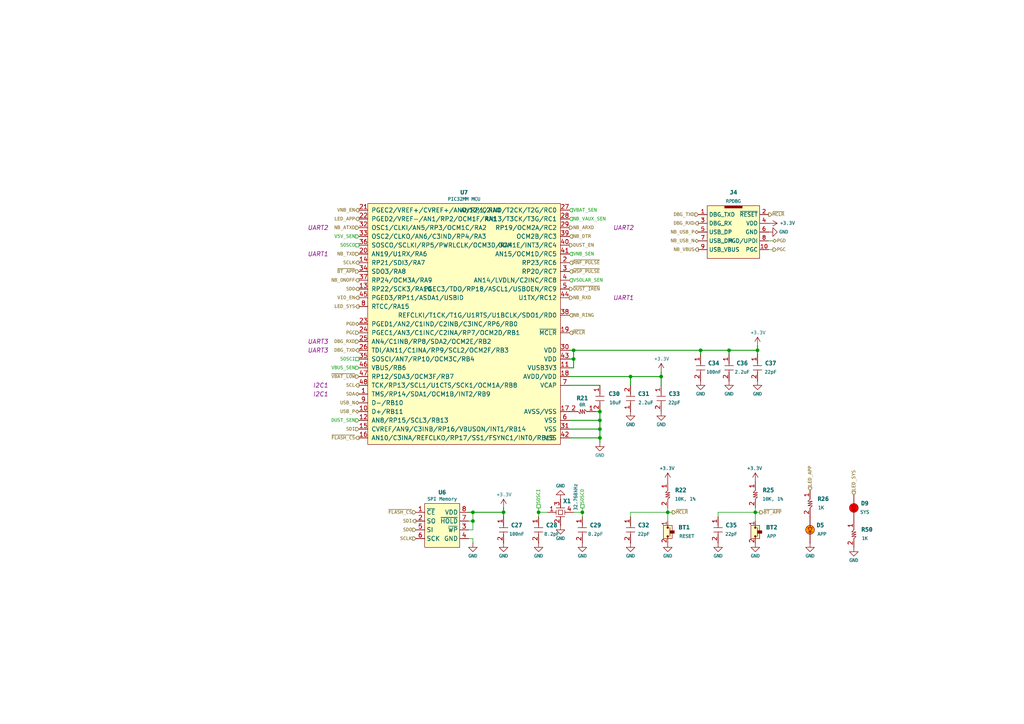
<source format=kicad_sch>
(kicad_sch (version 20231120) (generator "eeschema") (generator_version "8.0")
  (paper "A4")
  (title_block (title "THIẾT KẾ TRẠM GIÁM SÁT THỜI TIẾT SỬ DỤNG CÔNG NGHỆ NB-IOT") (date "2024-06-22") (rev "0.1") (company "TRƯỜNG ĐH KHOA HỌC TỰ NHIÊN - ĐẠI HỌC QUỐC GIA TP. HCM") (comment 1 "MSSV: 20200346") (comment 2 "SV: LÊ HƯNG THỊNH") (comment 3 "KHOA ĐIỆN TỬ"))
  (lib_symbols
    (symbol "SAMPI:BT3" (pin_names hide)
      (property "Reference" "BT" (at 0 0 0))
      (property "Value" "BT SMD2" (at 0 -1.905 0))
      (symbol "BT3_1_0"
        (rectangle (start -1.905 -3.81) (end 1.905 -6.35) (fill (type background)))
        (circle (center -1.27 -5.08) (radius 0.254) (fill (type outline)))
        (rectangle (start -0.381 -3.175) (end 0.381 -4.445) (fill (type outline)))
        (polyline (pts (xy -1.27 -5.08) (xy -1.905 -5.08)))
        (polyline (pts (xy -1.27 -4.445) (xy 1.27 -4.445)))
        (polyline (pts (xy 1.27 -5.08) (xy 1.905 -5.08)))
        (circle (center 1.27 -5.08) (radius 0.254) (fill (type outline)))
        (pin passive line (at -3.175 -5.08 0) (length 1.27) (name "") (number "1"))
        (pin passive line (at 3.175 -5.08 180) (length 1.27) (name "") (number "2"))
      )
    )
    (symbol "SAMPI:CERCAP" (pin_names hide)
      (property "Reference" "C" (at -1.905 1.905 0))
      (property "Value" "CerCap" (at -1.905 0 0))
      (symbol "CERCAP_0_1"
        (polyline (pts (xy 0 -2.54) (xy 0.635 -2.54)))
        (polyline (pts (xy 0.635 -1.27) (xy 0.635 -3.81)))
        (polyline (pts (xy 1.905 -2.54) (xy 2.54 -2.54)))
        (polyline (pts (xy 1.905 -1.27) (xy 1.905 -3.81)))
      )
      (symbol "CERCAP_1_1"
        (pin bidirectional line (at -2.54 -2.54 0) (length 2.54) (name "1") (number "1"))
        (pin bidirectional line (at 5.08 -2.54 180) (length 2.54) (name "2") (number "2"))
      )
    )
    (symbol "SAMPI:OLED" (pin_numbers hide) (pin_names hide)
      (property "Reference" "D" (at 0 0 0))
      (property "Value" "OLED" (at 1.27 -1.905 0))
      (symbol "OLED_0_1"
        (polyline (pts (xy -0.635 -5.08) (xy 0 -5.08)))
        (polyline (pts (xy 1.27 -5.08) (xy 1.905 -5.08)))
        (polyline (pts (xy 1.27 -4.445) (xy 1.27 -5.715)))
      )
      (symbol "OLED_1_1"
        (polyline (pts (xy 0 -4.445) (xy 0 -5.715) (xy 1.27 -5.08) (xy 0 -4.445)))
        (circle (center 0.635 -5.08) (radius 1.27) (fill (type color) (color 255 150 0 1)))
        (pin bidirectional line (at -3.175 -5.08 0) (length 2.54) (name "A") (number "A"))
        (pin bidirectional line (at 4.445 -5.08 180) (length 2.54) (name "K") (number "K"))
      )
    )
    (symbol "SAMPI:PIC32MM0xxxGPM048-I/PT" (pin_names (offset 1.016))
      (property "Reference" "U6" (at 0 38.735 0))
      (property "Value" "PIC32MM MCU" (at 0 36.195 0))
      (symbol "PIC32MM0xxxGPM048-I/PT_1_0"
        (pin bidirectional line (at -31.115 -20.32 0) (length 2.54) (name "TMS/RP14/SDA1/OCM1B/INT2/RB9") (number "1"))
        (pin bidirectional line (at -31.115 -25.4 0) (length 2.54) (name "D+/RB11") (number "10"))
        (pin power_in line (at 29.845 -12.7 180) (length 2.54) (name "VUSB3V3") (number "11"))
        (pin bidirectional line (at -31.115 -27.94 0) (length 2.54) (name "AN8/RP15/SCL3/RB13") (number "12"))
        (pin bidirectional line (at -31.115 10.16 0) (length 2.54) (name "RP22/SCK3/RA10") (number "13"))
        (pin bidirectional line (at -31.115 17.78 0) (length 2.54) (name "RP21/SDI3/RA7") (number "14"))
        (pin bidirectional line (at -31.115 -30.48 0) (length 2.54) (name "CVREF/AN9/C3INB/RP16/VBUSON/INT1/RB14") (number "15"))
        (pin bidirectional line (at -31.115 -33.02 0) (length 2.54) (name "AN10/C3INA/REFCLKO/RP17/SS1/FSYNC1/INT0/RB15") (number "16"))
        (pin power_in line (at 29.845 -25.4 180) (length 2.54) (name "AVSS/VSS") (number "17"))
        (pin power_in line (at 29.845 -15.24 180) (length 2.54) (name "AVDD/VDD") (number "18"))
        (pin input line (at 29.845 -2.54 180) (length 2.54) (name "~{MCLR}") (number "19"))
        (pin bidirectional line (at 29.845 17.78 180) (length 2.54) (name "RP23/RC6") (number "2"))
        (pin bidirectional line (at -31.115 20.32 0) (length 2.54) (name "AN19/U1RX/RA6") (number "20"))
        (pin bidirectional line (at -31.115 33.02 0) (length 2.54) (name "PGEC2/VREF+/CVREF+/AN0/RP1/RA0") (number "21"))
        (pin bidirectional line (at -31.115 30.48 0) (length 2.54) (name "PGED2/VREF-/AN1/RP2/OCM1F/RA1") (number "22"))
        (pin bidirectional line (at -31.115 0 0) (length 2.54) (name "PGED1/AN2/C1IND/C2INB/C3INC/RP6/RB0") (number "23"))
        (pin bidirectional line (at -31.115 -2.54 0) (length 2.54) (name "PGEC1/AN3/C1INC/C2INA/RP7/OCM2D/RB1") (number "24"))
        (pin bidirectional line (at -31.115 -5.08 0) (length 2.54) (name "AN4/C1INB/RP8/SDA2/OCM2E/RB2") (number "25"))
        (pin bidirectional line (at -31.115 -7.62 0) (length 2.54) (name "TDI/AN11/C1INA/RP9/SCL2/OCM2F/RB3") (number "26"))
        (pin bidirectional line (at 29.845 33.02 180) (length 2.54) (name "AN12/C2IND/T2CK/T2G/RC0") (number "27"))
        (pin bidirectional line (at 29.845 30.48 180) (length 2.54) (name "AN13/T3CK/T3G/RC1") (number "28"))
        (pin bidirectional line (at 29.845 27.94 180) (length 2.54) (name "RP19/OCM2A/RC2") (number "29"))
        (pin bidirectional line (at 29.845 15.24 180) (length 2.54) (name "RP20/RC7") (number "3"))
        (pin power_in line (at 29.845 -7.62 180) (length 2.54) (name "VDD") (number "30"))
        (pin power_in line (at 29.845 -30.48 180) (length 2.54) (name "VSS") (number "31"))
        (pin bidirectional line (at -31.115 27.94 0) (length 2.54) (name "OSC1/CLKI/AN5/RP3/OCM1C/RA2") (number "32"))
        (pin bidirectional line (at -31.115 25.4 0) (length 2.54) (name "OSC2/CLKO/AN6/C3IND/RP4/RA3") (number "33"))
        (pin bidirectional line (at -31.115 15.24 0) (length 2.54) (name "SDO3/RA8") (number "34"))
        (pin bidirectional line (at -31.115 -10.16 0) (length 2.54) (name "SOSCI/AN7/RP10/OCM3C/RB4") (number "35"))
        (pin bidirectional line (at -31.115 22.86 0) (length 2.54) (name "SOSCO/SCLKI/RP5/PWRLCLK/OCM3D/RA4") (number "36"))
        (pin bidirectional line (at -31.115 12.7 0) (length 2.54) (name "RP24/OCM3A/RA9") (number "37"))
        (pin bidirectional line (at 29.845 2.54 180) (length 2.54) (name "REFCLKI/T1CK/T1G/U1RTS/U1BCLK/SDO1/RD0") (number "38"))
        (pin bidirectional line (at 29.845 25.4 180) (length 2.54) (name "OCM2B/RC3") (number "39"))
        (pin bidirectional line (at 29.845 12.7 180) (length 2.54) (name "AN14/LVDLN/C2INC/RC8") (number "4"))
        (pin bidirectional line (at 29.845 22.86 180) (length 2.54) (name "OCM1E/INT3/RC4") (number "40"))
        (pin bidirectional line (at 29.845 20.32 180) (length 2.54) (name "AN15/OCM1D/RC5") (number "41"))
        (pin power_in line (at 29.845 -33.02 180) (length 2.54) (name "VSS") (number "42"))
        (pin power_in line (at 29.845 -10.16 180) (length 2.54) (name "VDD") (number "43"))
        (pin bidirectional line (at 29.845 7.62 180) (length 2.54) (name "U1TX/RC12") (number "44"))
        (pin bidirectional line (at -31.115 7.62 0) (length 2.54) (name "PGED3/RP11/ASDA1/USBID") (number "45"))
        (pin power_in line (at -31.115 -12.7 0) (length 2.54) (name "VBUS/RB6") (number "46"))
        (pin bidirectional line (at -31.115 -15.24 0) (length 2.54) (name "RP12/SDA3/OCM3F/RB7") (number "47"))
        (pin bidirectional line (at -31.115 -17.78 0) (length 2.54) (name "TCK/RP13/SCL1/U1CTS/SCK1/OCM1A/RB8") (number "48"))
        (pin bidirectional line (at 29.845 10.16 180) (length 2.54) (name "PGEC3/TDO/RP18/ASCL1/USBOEN/RC9") (number "5"))
        (pin power_in line (at 29.845 -27.94 180) (length 2.54) (name "VSS") (number "6"))
        (pin power_in line (at 29.845 -17.78 180) (length 2.54) (name "VCAP") (number "7"))
        (pin bidirectional line (at -31.115 5.08 0) (length 2.54) (name "RTCC/RA15") (number "8"))
        (pin bidirectional line (at -31.115 -22.86 0) (length 2.54) (name "D-/RB10") (number "9"))
      )
      (symbol "PIC32MM0xxxGPM048-I/PT_1_1"
        (rectangle (start -28.575 34.925) (end 27.305 -34.925) (fill (type background)))
      )
    )
    (symbol "SAMPI:RES" (pin_names hide)
      (property "Reference" "R" (at 0 1.905 0))
      (property "Value" "RES" (at 0 0 0))
      (symbol "RES_0_1"
        (polyline (pts (xy 0 -2.54) (xy 0.635 -1.905) (xy 0.635 -3.175) (xy 1.27 -1.905) (xy 1.27 -3.175) (xy 1.905 -1.905) (xy 1.905 -3.175) (xy 2.54 -2.54)))
      )
      (symbol "RES_1_1"
        (pin bidirectional line (at -2.54 -2.54 0) (length 2.54) (name "1") (number "1"))
        (pin bidirectional line (at 5.08 -2.54 180) (length 2.54) (name "2") (number "2"))
      )
    )
    (symbol "SAMPI:RLED" (pin_numbers hide) (pin_names hide)
      (property "Reference" "D" (at 0 0 0))
      (property "Value" "RLED" (at 0 -1.905 0))
      (symbol "RLED_0_1"
        (polyline (pts (xy 0 -4.445) (xy 0.635 -4.445)))
        (polyline (pts (xy 1.905 -4.445) (xy 2.54 -4.445)))
        (polyline (pts (xy 1.905 -3.81) (xy 1.905 -5.08)))
      )
      (symbol "RLED_1_1"
        (polyline (pts (xy 0.635 -3.81) (xy 0.635 -5.08) (xy 1.905 -4.445) (xy 0.635 -3.81)))
        (circle (center 1.27 -4.445) (radius 1.27) (fill (type color) (color 255 0 0 1)))
        (pin bidirectional line (at -2.54 -4.445 0) (length 2.54) (name "A") (number "A"))
        (pin bidirectional line (at 5.08 -4.445 180) (length 2.54) (name "K") (number "K"))
      )
    )
    (symbol "SAMPI:RPDBG"
      (property "Reference" "J" (at 0 10.795 0))
      (property "Value" "RPDBG" (at 0 8.89 0))
      (symbol "RPDBG_0_1"
        (rectangle (start -7.62 7.62) (end 7.62 -7.62) (fill (type background)))
      )
      (symbol "RPDBG_1_1"
        (rectangle (start -2.54 7.62) (end 2.54 6.985) (fill (type outline)))
        (pin output line (at -10.16 5.08 0) (length 2.54) (name "DBG_TXD") (number "1"))
        (pin output line (at 10.16 -5.08 180) (length 2.54) (name "PGC") (number "10"))
        (pin output line (at 10.16 5.08 180) (length 2.54) (name "~{RESET}") (number "2"))
        (pin input line (at -10.16 2.54 0) (length 2.54) (name "DBG_RX") (number "3"))
        (pin input line (at 10.16 2.54 180) (length 2.54) (name "VDD") (number "4"))
        (pin bidirectional line (at -10.16 0 0) (length 2.54) (name "USB_DP") (number "5"))
        (pin bidirectional line (at 10.16 0 180) (length 2.54) (name "GND") (number "6"))
        (pin bidirectional line (at -10.16 -2.54 0) (length 2.54) (name "USB_DM") (number "7"))
        (pin bidirectional line (at 10.16 -2.54 180) (length 2.54) (name "PGD/UPDI") (number "8"))
        (pin output line (at -10.16 -5.08 0) (length 2.54) (name "USB_VBUS") (number "9"))
      )
    )
    (symbol "SAMPI:SPI_MEM"
      (property "Reference" "U" (at 0 3.175 0))
      (property "Value" "SPI Memory" (at 0 1.27 0))
      (symbol "SPI_MEM_1_0"
        (rectangle (start 0 0) (end 10.16 -12.7) (fill (type background)))
        (pin input line (at -2.54 -2.54 0) (length 2.54) (name "~{CE}") (number "1"))
        (pin output line (at -2.54 -5.08 0) (length 2.54) (name "SO") (number "2"))
        (pin input line (at 12.7 -7.62 180) (length 2.54) (name "~{WP}") (number "3"))
        (pin power_in line (at 12.7 -10.16 180) (length 2.54) (name "GND") (number "4"))
        (pin input line (at -2.54 -7.62 0) (length 2.54) (name "SI") (number "5"))
        (pin input line (at -2.54 -10.16 0) (length 2.54) (name "SCK") (number "6"))
        (pin input line (at 12.7 -5.08 180) (length 2.54) (name "~{HOLD}") (number "7"))
        (pin power_in line (at 12.7 -2.54 180) (length 2.54) (name "VDD") (number "8"))
      )
    )
    (symbol "SAMPI:XTAL-4P" (pin_names hide)
      (property "Reference" "U" (at 0 0 0))
      (property "Value" "XTAL" (at 0 -1.905 0))
      (symbol "XTAL-4P_0_1"
        (polyline (pts (xy 6.35 -6.35) (xy 8.89 -6.35)))
        (polyline (pts (xy 6.35 -4.445) (xy 6.35 -5.715)))
        (polyline (pts (xy 6.35 -3.81) (xy 8.89 -3.81)))
        (polyline (pts (xy 8.89 -4.445) (xy 8.89 -5.715)))
      )
      (symbol "XTAL-4P_1_1"
        (rectangle (start 6.985 -4.445) (end 8.255 -5.715))
        (pin passive line (at 3.81 -5.08 0) (length 2.54) (name "X1") (number "1"))
        (pin passive line (at 7.62 -8.89 90) (length 2.54) (name "GND1") (number "2"))
        (pin passive line (at 7.62 -1.27 270) (length 2.54) (name "GND2") (number "3"))
        (pin passive line (at 11.43 -5.08 180) (length 2.54) (name "X2") (number "4"))
      )
    )
    (symbol "power:+3.3V" (power) (pin_numbers hide) (pin_names (offset 0) hide)
      (property "Value" "+3.3V" (at 0 3.556 0))
      (symbol "+3.3V_0_1"
        (polyline (pts (xy -0.762 1.27) (xy 0 2.54)))
        (polyline (pts (xy 0 0) (xy 0 2.54)))
        (polyline (pts (xy 0 2.54) (xy 0.762 1.27)))
      )
      (symbol "+3.3V_1_1"
        (pin power_in line (at 0 0 90) (length 0) (name "~") (number "1"))
      )
    )
    (symbol "power:GND" (power) (pin_numbers hide) (pin_names (offset 0) hide)
      (property "Value" "GND" (at 0 -3.81 0))
      (symbol "GND_0_1"
        (polyline (pts (xy 0 0) (xy 0 -1.27) (xy 1.27 -1.27) (xy 0 -2.54) (xy -1.27 -1.27) (xy 0 -1.27)))
      )
      (symbol "GND_1_1"
        (pin power_in line (at 0 0 270) (length 0) (name "~") (number "1"))
      )
    )
  )
  (junction (at 219.71 101.6))
  (junction (at 193.675 148.59))
  (junction (at 166.37 104.14))
  (junction (at 203.2 101.6))
  (junction (at 173.99 119.38))
  (junction (at 191.77 109.22))
  (junction (at 137.16 151.13))
  (junction (at 219.075 148.59))
  (junction (at 173.99 121.92))
  (junction (at 146.05 148.59))
  (junction (at 137.16 148.59))
  (junction (at 156.21 148.59))
  (junction (at 182.88 109.22))
  (junction (at 166.37 101.6))
  (junction (at 173.99 127))
  (junction (at 211.455 101.6))
  (junction (at 173.99 124.46))
  (junction (at 168.91 148.59))
  (wire (pts (xy 211.455 101.6) (xy 211.455 102.87)) (stroke (width 0.254)))
  (wire (pts (xy 146.05 148.59) (xy 137.16 148.59)) (stroke (width 0.254)))
  (wire (pts (xy 156.21 148.59) (xy 158.75 148.59)))
  (wire (pts (xy 203.2 101.6) (xy 211.455 101.6)) (stroke (width 0.254)))
  (wire (pts (xy 156.21 148.59) (xy 156.21 149.86)))
  (wire (pts (xy 219.71 101.6) (xy 219.71 102.87)) (stroke (width 0.254)))
  (wire (pts (xy 224.155 69.85) (xy 222.885 69.85)))
  (wire (pts (xy 137.16 157.48) (xy 137.16 156.21)))
  (wire (pts (xy 166.37 104.14) (xy 166.37 101.6)) (stroke (width 0.254)))
  (wire (pts (xy 224.155 72.39) (xy 222.885 72.39)))
  (wire (pts (xy 156.21 147.32) (xy 156.21 148.59)))
  (wire (pts (xy 203.2 102.87) (xy 203.2 101.6)) (stroke (width 0.254)))
  (wire (pts (xy 135.89 151.13) (xy 137.16 151.13)))
  (wire (pts (xy 135.89 153.67) (xy 137.16 153.67)))
  (wire (pts (xy 165.1 124.46) (xy 173.99 124.46)) (stroke (width 0.254)))
  (wire (pts (xy 173.99 124.46) (xy 173.99 121.92)) (stroke (width 0.254)))
  (wire (pts (xy 166.37 101.6) (xy 165.1 101.6)) (stroke (width 0.254)))
  (wire (pts (xy 173.99 119.38) (xy 172.72 119.38)) (stroke (width 0.254)))
  (wire (pts (xy 211.455 101.6) (xy 219.71 101.6)) (stroke (width 0.254)))
  (wire (pts (xy 191.77 109.22) (xy 191.77 111.76)) (stroke (width 0.254)))
  (wire (pts (xy 193.675 148.59) (xy 194.945 148.59)))
  (wire (pts (xy 137.16 153.67) (xy 137.16 151.13)))
  (wire (pts (xy 182.88 148.59) (xy 182.88 149.86)))
  (wire (pts (xy 165.1 109.22) (xy 182.88 109.22)) (stroke (width 0.254)))
  (wire (pts (xy 182.88 109.22) (xy 182.88 111.76)) (stroke (width 0.254)))
  (wire (pts (xy 168.91 148.59) (xy 166.37 148.59)))
  (wire (pts (xy 193.675 148.59) (xy 193.675 151.13)))
  (wire (pts (xy 219.075 148.59) (xy 220.345 148.59)))
  (wire (pts (xy 165.1 127) (xy 173.99 127)) (stroke (width 0.254)))
  (wire (pts (xy 219.71 100.33) (xy 219.71 101.6)) (stroke (width 0.254)))
  (wire (pts (xy 166.37 106.68) (xy 166.37 104.14)) (stroke (width 0.254)))
  (wire (pts (xy 165.1 104.14) (xy 166.37 104.14)) (stroke (width 0.254)))
  (wire (pts (xy 165.1 111.76) (xy 173.99 111.76)) (stroke (width 0.254)))
  (wire (pts (xy 193.675 147.32) (xy 193.675 148.59)))
  (wire (pts (xy 208.28 148.59) (xy 208.28 149.86)))
  (wire (pts (xy 203.2 101.6) (xy 166.37 101.6)) (stroke (width 0.254)))
  (wire (pts (xy 173.99 127) (xy 173.99 124.46)) (stroke (width 0.254)))
  (wire (pts (xy 208.28 148.59) (xy 219.075 148.59)))
  (wire (pts (xy 191.77 107.95) (xy 191.77 109.22)) (stroke (width 0.254)))
  (wire (pts (xy 137.16 148.59) (xy 135.89 148.59)) (stroke (width 0.254)))
  (wire (pts (xy 165.1 121.92) (xy 173.99 121.92)) (stroke (width 0.254)))
  (wire (pts (xy 137.16 151.13) (xy 137.16 148.59)))
  (wire (pts (xy 146.05 149.86) (xy 146.05 148.59)) (stroke (width 0.254)))
  (wire (pts (xy 219.075 147.32) (xy 219.075 148.59)))
  (wire (pts (xy 182.88 148.59) (xy 193.675 148.59)))
  (wire (pts (xy 173.99 127) (xy 173.99 128.27)) (stroke (width 0.254)))
  (wire (pts (xy 168.91 147.32) (xy 168.91 148.59)))
  (wire (pts (xy 219.075 148.59) (xy 219.075 151.13)))
  (wire (pts (xy 146.05 147.32) (xy 146.05 148.59)) (stroke (width 0.254)))
  (wire (pts (xy 173.99 121.92) (xy 173.99 119.38)) (stroke (width 0.254)))
  (wire (pts (xy 165.1 106.68) (xy 166.37 106.68)) (stroke (width 0.254)))
  (wire (pts (xy 168.91 149.86) (xy 168.91 148.59)))
  (wire (pts (xy 137.16 156.21) (xy 135.89 156.21)))
  (wire (pts (xy 182.88 109.22) (xy 191.77 109.22)) (stroke (width 0.254)))
  (hierarchical_label "NB_TXD" (shape input) (at 104.14 73.66 180) (effects (font (size 1.016 1.016))) (property "Netclass" "UART1" (at 95.25 73.66 0) (effects (font (italic yes)) (justify right))))
  (hierarchical_label "VBAT_SEN" (shape input) (at 165.1 60.96 0) (effects (font (size 1.016 1.016))))
  (hierarchical_label "DUST_SEN" (shape input) (at 104.14 121.92 180) (effects (font (size 1.016 1.016))))
  (hierarchical_label "SOSCI" (shape passive) (at 104.14 104.14 180) (effects (font (size 1.016 1.016))))
  (hierarchical_label "NB_VBUS" (shape output) (at 202.565 72.39 180) (effects (font (size 1.016 1.016))))
  (hierarchical_label "SDI" (shape output) (at 120.65 151.13 180) (effects (font (size 1.016 1.016))))
  (hierarchical_label "PGD" (shape bidirectional) (at 224.155 69.85 0) (effects (font (size 1.016 1.016))))
  (hierarchical_label "VNB_SEN" (shape input) (at 165.1 73.66 0) (effects (font (size 1.016 1.016))))
  (hierarchical_label "SDA" (shape bidirectional) (at 104.14 114.3 180) (effects (font (size 1.016 1.016))) (property "Netclass" "I2C1" (at 95.25 114.3 0) (effects (font (italic yes)) (justify right))))
  (hierarchical_label "NB_RING" (shape input) (at 165.1 91.44 0) (effects (font (size 1.016 1.016))))
  (hierarchical_label "~{RNF_PULSE}" (shape input) (at 165.1 76.2 0) (effects (font (size 1.016 1.016))))
  (hierarchical_label "SOSCO" (shape passive) (at 168.91 147.32 90) (effects (font (size 1.016 1.016))))
  (hierarchical_label "DBG_TXD" (shape input) (at 202.565 62.23 180) (effects (font (size 1.016 1.016))))
  (hierarchical_label "LED_APP" (shape input) (at 234.95 142.24 90) (effects (font (size 1.016 1.016))))
  (hierarchical_label "NB_USB_P" (shape bidirectional) (at 202.565 67.31 180) (effects (font (size 1.016 1.016))))
  (hierarchical_label "~{BT_APP}" (shape input) (at 104.14 78.74 180) (effects (font (size 1.016 1.016))))
  (hierarchical_label "DBG_RXD" (shape input) (at 104.14 99.06 180) (effects (font (size 1.016 1.016))) (property "Netclass" "UART3" (at 95.25 99.06 0) (effects (font (italic yes)) (justify right))))
  (hierarchical_label "DBG_TXD" (shape output) (at 104.14 101.6 180) (effects (font (size 1.016 1.016))) (property "Netclass" "UART3" (at 95.25 101.6 0) (effects (font (italic yes)) (justify right))))
  (hierarchical_label "PGC" (shape input) (at 104.14 96.52 180) (effects (font (size 1.016 1.016))))
  (hierarchical_label "~{MCLR}" (shape output) (at 222.885 62.23 0) (effects (font (size 1.016 1.016))))
  (hierarchical_label "DUST_EN" (shape output) (at 165.1 71.12 0) (effects (font (size 1.016 1.016))))
  (hierarchical_label "~{WSP_PULSE}" (shape input) (at 165.1 78.74 0) (effects (font (size 1.016 1.016))))
  (hierarchical_label "USB_N" (shape bidirectional) (at 104.14 116.84 180) (effects (font (size 1.016 1.016))))
  (hierarchical_label "NB_RXD" (shape output) (at 165.1 86.36 0) (effects (font (size 1.016 1.016))) (property "Netclass" "UART1" (at 177.8 86.36 0) (effects (font (italic yes)) (justify left))))
  (hierarchical_label "NB_ATXD" (shape input) (at 104.14 66.04 180) (effects (font (size 1.016 1.016))) (property "Netclass" "UART2" (at 95.25 66.04 0) (effects (font (italic yes)) (justify right))))
  (hierarchical_label "DBG_RXD" (shape output) (at 202.565 64.77 180) (effects (font (size 1.016 1.016))))
  (hierarchical_label "NB_USB_N" (shape bidirectional) (at 202.565 69.85 180) (effects (font (size 1.016 1.016))))
  (hierarchical_label "VSOLAR_SEN" (shape input) (at 165.1 81.28 0) (effects (font (size 1.016 1.016))))
  (hierarchical_label "V5V_SEN" (shape input) (at 104.14 68.58 180) (effects (font (size 1.016 1.016))))
  (hierarchical_label "VBUS_SEN" (shape input) (at 104.14 106.68 180) (effects (font (size 1.016 1.016))))
  (hierarchical_label "SDO" (shape output) (at 104.14 83.82 180) (effects (font (size 1.016 1.016))))
  (hierarchical_label "USB_P" (shape bidirectional) (at 104.14 119.38 180) (effects (font (size 1.016 1.016))))
  (hierarchical_label "PGD" (shape bidirectional) (at 104.14 93.98 180) (effects (font (size 1.016 1.016))))
  (hierarchical_label "~{VBAT_LOW}" (shape input) (at 104.14 109.22 180) (effects (font (size 1.016 1.016))))
  (hierarchical_label "SCLK" (shape input) (at 120.65 156.21 180) (effects (font (size 1.016 1.016))))
  (hierarchical_label "NB_VAUX_SEN" (shape input) (at 165.1 63.5 0) (effects (font (size 1.016 1.016))))
  (hierarchical_label "LED_APP" (shape output) (at 104.14 63.5 180) (effects (font (size 1.016 1.016))))
  (hierarchical_label "LED_SYS" (shape input) (at 247.65 143.51 90) (effects (font (size 1.016 1.016))))
  (hierarchical_label "VNB_EN" (shape output) (at 104.14 60.96 180) (effects (font (size 1.016 1.016))))
  (hierarchical_label "~{MCLR}" (shape output) (at 194.945 148.59 0) (effects (font (size 1.016 1.016))))
  (hierarchical_label "SOSCO" (shape passive) (at 104.14 71.12 180) (effects (font (size 1.016 1.016))))
  (hierarchical_label "SCLK" (shape output) (at 104.14 76.2 180) (effects (font (size 1.016 1.016))))
  (hierarchical_label "NB_ARXD" (shape output) (at 165.1 66.04 0) (effects (font (size 1.016 1.016))) (property "Netclass" "UART2" (at 177.8 66.04 0) (effects (font (italic yes)) (justify left))))
  (hierarchical_label "VIO_EN" (shape output) (at 104.14 86.36 180) (effects (font (size 1.016 1.016))))
  (hierarchical_label "~{BT_APP}" (shape output) (at 220.345 148.59 0) (effects (font (size 1.016 1.016))))
  (hierarchical_label "SOSCI" (shape passive) (at 156.21 147.32 90) (effects (font (size 1.016 1.016))))
  (hierarchical_label "SDO" (shape input) (at 120.65 153.67 180) (effects (font (size 1.016 1.016))))
  (hierarchical_label "~{MCLR}" (shape input) (at 165.1 96.52 0) (effects (font (size 1.016 1.016))))
  (hierarchical_label "NB_ONOFF" (shape output) (at 104.14 81.28 180) (effects (font (size 1.016 1.016))))
  (hierarchical_label "LED_SYS" (shape output) (at 104.14 88.9 180) (effects (font (size 1.016 1.016))))
  (hierarchical_label "~{DUST_IREN}" (shape output) (at 165.1 83.82 0) (effects (font (size 1.016 1.016))))
  (hierarchical_label "SDI" (shape input) (at 104.14 124.46 180) (effects (font (size 1.016 1.016))))
  (hierarchical_label "~{FLASH_CS}" (shape output) (at 104.14 127 180) (effects (font (size 1.016 1.016))))
  (hierarchical_label "~{FLASH_CS}" (shape input) (at 120.65 148.59 180) (effects (font (size 1.016 1.016))))
  (hierarchical_label "SCL" (shape output) (at 104.14 111.76 180) (effects (font (size 1.016 1.016))) (property "Netclass" "I2C1" (at 95.25 111.76 0) (effects (font (italic yes)) (justify right))))
  (hierarchical_label "PGC" (shape output) (at 224.155 72.39 0) (effects (font (size 1.016 1.016))))
  (hierarchical_label "NB_DTR" (shape input) (at 165.1 68.58 0) (effects (font (size 1.016 1.016))))
  (symbol (lib_id "SAMPI:RPDBG") (at 212.725 67.31 0) (unit 1)
    (property "Reference" "J4" (at 212.725 55.88 0) (effects (font (bold yes))))
    (property "Value" "RPDBG" (at 212.725 58.42 0) (effects (font (size 1.016 1.016))))
    (property "Footprint" "SAMPI:DIL10_1.27_MTH" (effects (hide yes)))
    (property "Description" "PIN HEADER, THR, DUAL ROW, 1.27" (effects (hide yes)))
    (property "Price" "0.197" (effects (hide yes)))
    (property "Stock Link" "https://www.thegioiic.com/hang-rao-duc-doi-1-27mm-80-chan-2-hang-cao-7-2mm-xuyen-lo" (effects (hide yes)))
    (property "MFT" "METZ" (effects (hide yes)))
    (property "MNP" "PR20B05VBDN" (effects (hide yes)))
  )
  (symbol (lib_id "SAMPI:XTAL-4P") (at 154.94 143.51 0) (unit 1)
    (property "Reference" "X1" (at 164.465 145.415 0) (effects (font (bold yes))))
    (property "Value" "32.768kHz" (at 167.005 144.145 90) (effects (font (size 1.016 1.016))))
    (property "Footprint" "SAMPI:SMD4-7015" (effects (hide yes)))
    (property "Description" "CRYSTAL 32.7680KHZ 9PF SMD" (effects (hide yes)))
    (property "MFT" "EPSON" (effects (hide yes)))
    (property "MNP" "MC-146 32.7680KA-AC0: ROHS" (effects (hide yes)))
    (property "Price" "0.154" (effects (hide yes)))
    (property "Stock Link" "https://www.thegioiic.com/thach-anh-32-768khz-mc-146-crystal-7015-4-chan" (effects (hide yes)))
  )
  (symbol (lib_id "power:GND") (at 168.91 157.48 0) (unit 1)
    (property "Reference" "#PWR058" (effects (hide yes)))
    (property "Value" "GND" (at 168.91 161.29 0) (effects (font (size 1.016 1.016))))
    (property "Description" "Power symbol creates a global label with name \"GND\" , ground" (effects (hide yes)))
  )
  (symbol (lib_id "power:GND") (at 211.455 110.49 0) (unit 1)
    (property "Reference" "#PWR069" (effects (hide yes)))
    (property "Value" "GND" (at 211.455 114.3 0) (effects (font (size 1.016 1.016))))
    (property "Description" "Power symbol creates a global label with name \"GND\" , ground" (effects (hide yes)))
  )
  (symbol (lib_id "power:GND") (at 247.65 158.75 0) (unit 1)
    (property "Reference" "#PWR0188" (effects (hide yes)))
    (property "Value" "GND" (at 247.65 162.56 0) (effects (font (size 1.016 1.016))))
    (property "Description" "Power symbol creates a global label with name \"GND\" , ground" (effects (hide yes)))
  )
  (symbol (lib_id "SAMPI:CERCAP") (at 210.82 152.4 270) (unit 1)
    (property "Reference" "C35" (at 212.09 152.4 90) (effects (font (bold yes))))
    (property "Value" "22pF" (at 212.09 154.94 90) (effects (font (size 1.016 1.016))))
    (property "Footprint" "SAMPI:CAP0603" (effects (hide yes)))
    (property "Description" "CAP CER 22PF 50V C0G/NP0 0603" (effects (hide yes)))
    (property "MNP" "CL10C220JB8NFNC" (effects (hide yes)))
    (property "Price" "0.0083" (effects (hide yes)))
    (property "Stock Link" "https://www.thegioiic.com/tu-gom-0603-22pf-50v" (effects (hide yes)))
    (property "MFT" "Samsung" (effects (hide yes)))
  )
  (symbol (lib_id "power:GND") (at 146.05 157.48 0) (mirror y) (unit 1)
    (property "Reference" "#PWR054" (effects (hide yes)))
    (property "Value" "GND" (at 146.05 161.29 0) (effects (font (size 1.016 1.016))))
    (property "Description" "Power symbol creates a global label with name \"GND\" , ground" (effects (hide yes)))
  )
  (symbol (lib_id "power:GND") (at 182.88 157.48 0) (unit 1)
    (property "Reference" "#PWR061" (effects (hide yes)))
    (property "Value" "GND" (at 182.88 161.29 0) (effects (font (size 1.016 1.016))))
    (property "Description" "Power symbol creates a global label with name \"GND\" , ground" (effects (hide yes)))
  )
  (symbol (lib_id "SAMPI:SPI_MEM") (at 123.19 146.05 0) (unit 1)
    (property "Reference" "U6" (at 128.27 142.875 0) (effects (font (bold yes))))
    (property "Value" "SPI Memory" (at 128.27 144.78 0) (effects (font (size 1.016 1.016))))
    (property "Footprint" "SAMPI:SOIC8_3.9_MCHP" (effects (hide yes)))
    (property "Description" "IC FLASH 16MBIT SPI 50MHZ 8SOIC" (effects (hide yes)))
    (property "Price" "0" (effects (hide yes)))
    (property "Stock Link" "https://www.digikey.com/en/products/detail/microchip-technology/SST25VF016B-50-4C-S2AF/2297794" (effects (hide yes)))
    (property "MFT" "Microchip" (effects (hide yes)))
    (property "MNP" "SST25VF016B-50-4C-S2AF" (effects (hide yes)))
  )
  (symbol (lib_id "power:GND") (at 162.56 152.4 0) (unit 1)
    (property "Reference" "#PWR057" (effects (hide yes)))
    (property "Value" "GND" (at 162.56 156.21 0) (effects (font (size 1.016 1.016))))
    (property "Description" "Power symbol creates a global label with name \"GND\" , ground" (effects (hide yes)))
  )
  (symbol (lib_id "SAMPI:RES") (at 245.11 153.67 90) (mirror x) (unit 1)
    (property "Reference" "R50" (at 251.46 153.67 90) (effects (font (bold yes))))
    (property "Value" "1K" (at 250.825 156.21 90) (effects (font (size 1.016 1.016))))
    (property "Footprint" "SAMPI:RES0603" (effects (hide yes)))
    (property "Description" "RES SMD 1K OHM 5% 1/10W 0603" (effects (hide yes)))
    (property "MNP" "AC0603JR-071KL" (effects (hide yes)))
    (property "Price" "0.0014" (effects (hide yes)))
    (property "Stock Link" "https://www.thegioiic.com/dien-tro-1-kohm-0603-5-" (effects (hide yes)))
    (property "MFT" "YAGEO" (effects (hide yes)))
  )
  (symbol (lib_id "power:GND") (at 182.88 119.38 0) (unit 1)
    (property "Reference" "#PWR060" (effects (hide yes)))
    (property "Value" "GND" (at 182.88 123.19 0) (effects (font (size 1.016 1.016))))
    (property "Description" "Power symbol creates a global label with name \"GND\" , ground" (effects (hide yes)))
  )
  (symbol (lib_id "power:GND") (at 208.28 157.48 0) (unit 1)
    (property "Reference" "#PWR068" (effects (hide yes)))
    (property "Value" "GND" (at 208.28 161.29 0) (effects (font (size 1.016 1.016))))
    (property "Description" "Power symbol creates a global label with name \"GND\" , ground" (effects (hide yes)))
  )
  (symbol (lib_id "SAMPI:CERCAP") (at 180.34 116.84 90) (unit 1)
    (property "Reference" "C31" (at 186.69 114.3 90) (effects (font (bold yes))))
    (property "Value" "2.2uF" (at 187.325 116.84 90) (effects (font (size 1.016 1.016))))
    (property "Footprint" "SAMPI:CAP0603" (effects (hide yes)))
    (property "Description" "CAP CER 2.2UF 10V X7R 0603" (effects (hide yes)))
    (property "MNP" "CL10B225KP8NNNC" (effects (hide yes)))
    (property "Price" "0.018" (effects (hide yes)))
    (property "Stock Link" "https://www.thegioiic.com/tu-gom-0603-2-2uf-10v" (effects (hide yes)))
    (property "MFT" "Samsung" (effects (hide yes)))
  )
  (symbol (lib_id "power:+3.3V") (at 219.075 139.7 0) (unit 1)
    (property "Reference" "#PWR071" (effects (hide yes)))
    (property "Value" "+3.3V" (at 216.535 135.89 0) (effects (font (size 1.016 1.016)) (justify left)))
    (property "Description" "Power symbol creates a global label with name \"+3.3V\"" (effects (hide yes)))
  )
  (symbol (lib_id "SAMPI:CERCAP") (at 171.45 152.4 270) (unit 1)
    (property "Reference" "C29" (at 172.72 152.4 90) (effects (font (bold yes))))
    (property "Value" "8.2pF" (at 172.72 154.94 90) (effects (font (size 1.016 1.016))))
    (property "Footprint" "SAMPI:CAP0603" (effects (hide yes)))
    (property "Description" "CAP CER 8.2PF 50V C0G/NP0 0603" (effects (hide yes)))
    (property "MNP" "CL10C8R2DB8NNNC" (effects (hide yes)))
    (property "Price" "0.0083" (effects (hide yes)))
    (property "Stock Link" "https://www.thegioiic.com/tu-gom-0603-8-2pf-50v" (effects (hide yes)))
    (property "MFT" "Samsung" (effects (hide yes)))
  )
  (symbol (lib_id "power:GND") (at 193.675 157.48 0) (unit 1)
    (property "Reference" "#PWR065" (effects (hide yes)))
    (property "Value" "GND" (at 193.675 161.29 0) (effects (font (size 1.016 1.016))))
    (property "Description" "Power symbol creates a global label with name \"GND\" , ground" (effects (hide yes)))
  )
  (symbol (lib_id "SAMPI:BT3") (at 224.155 154.305 270) (unit 1)
    (property "Reference" "BT2" (at 222.25 153.0349 90) (effects (font (bold yes)) (justify left)))
    (property "Value" "APP" (at 222.25 155.575 90) (effects (font (size 1.016 1.016)) (justify left)))
    (property "Footprint" "SAMPI:SW_SMD2_6.0x3.5" (effects (hide yes)))
    (property "Description" "SWITCH TACTILE SPST-NO 0.05A 12V" (effects (hide yes)))
    (property "MFT" "Panasonic" (effects (hide yes)))
    (property "MNP" "EVQ-PE105K" (effects (hide yes)))
    (property "Price" "0.022" (effects (hide yes)))
    (property "Stock Link" "https://www.thegioiic.com/nut-nhan-3x6mm-cao-5mm-2-chan-smd-dau-trang" (effects (hide yes)))
  )
  (symbol (lib_id "SAMPI:CERCAP") (at 158.75 152.4 270) (unit 1)
    (property "Reference" "C28" (at 160.02 152.4 90) (effects (font (bold yes))))
    (property "Value" "8.2pF" (at 160.02 154.94 90) (effects (font (size 1.016 1.016))))
    (property "Footprint" "SAMPI:CAP0603" (effects (hide yes)))
    (property "Description" "CAP CER 8.2PF 50V C0G/NP0 0603" (effects (hide yes)))
    (property "MNP" "CL10C8R2DB8NNNC" (effects (hide yes)))
    (property "Price" "0.0083" (effects (hide yes)))
    (property "Stock Link" "https://www.thegioiic.com/tu-gom-0603-8-2pf-50v" (effects (hide yes)))
    (property "MFT" "Samsung" (effects (hide yes)))
  )
  (symbol (lib_id "power:GND") (at 203.2 110.49 0) (unit 1)
    (property "Reference" "#PWR066" (effects (hide yes)))
    (property "Value" "GND" (at 203.2 114.3 0) (effects (font (size 1.016 1.016))))
    (property "Description" "Power symbol creates a global label with name \"GND\" , ground" (effects (hide yes)))
  )
  (symbol (lib_id "power:GND") (at 222.885 67.31 90) (unit 1)
    (property "Reference" "#PWR076" (effects (hide yes)))
    (property "Value" "GND" (at 227.33 67.31 90) (effects (font (size 1.016 1.016))))
    (property "Description" "Power symbol creates a global label with name \"GND\" , ground" (effects (hide yes)))
  )
  (symbol (lib_id "power:GND") (at 173.99 128.27 0) (unit 1)
    (property "Reference" "#PWR059" (effects (hide yes)))
    (property "Value" "GND" (at 173.99 132.08 0) (effects (font (size 1.016 1.016))))
    (property "Description" "Power symbol creates a global label with name \"GND\" , ground" (effects (hide yes)))
  )
  (symbol (lib_id "power:GND") (at 156.21 157.48 0) (unit 1)
    (property "Reference" "#PWR055" (effects (hide yes)))
    (property "Value" "GND" (at 156.21 161.29 0) (effects (font (size 1.016 1.016))))
    (property "Description" "Power symbol creates a global label with name \"GND\" , ground" (effects (hide yes)))
  )
  (symbol (lib_id "SAMPI:RES") (at 191.135 142.24 90) (mirror x) (unit 1)
    (property "Reference" "R22" (at 197.485 142.24 90) (effects (font (bold yes))))
    (property "Value" "10K, 1%" (at 198.755 144.78 90) (effects (font (size 1.016 1.016))))
    (property "Footprint" "SAMPI:RES0603" (effects (hide yes)))
    (property "Description" "RES SMD 10K OHM 1% 1/10W 0603" (effects (hide yes)))
    (property "MNP" "RC0603FR-0710KL" (effects (hide yes)))
    (property "Price" "0.002" (effects (hide yes)))
    (property "Stock Link" "https://www.thegioiic.com/dien-tro-10-kohm-0603-1-" (effects (hide yes)))
    (property "MFT" "YAGEO" (effects (hide yes)))
  )
  (symbol (lib_id "SAMPI:CERCAP") (at 176.53 114.3 270) (unit 1)
    (property "Reference" "C30" (at 176.53 114.2999 90) (effects (font (bold yes)) (justify left)))
    (property "Value" "10uF" (at 176.53 116.8399 90) (effects (font (size 1.016 1.016)) (justify left)))
    (property "Footprint" "SAMPI:CAP0805" (effects (hide yes)))
    (property "Description" "CAP CER 10UF 16V X5R 0805" (effects (hide yes)))
    (property "MNP" "CL21A106KOQNNNE" (effects (hide yes)))
    (property "Price" "0.017" (effects (hide yes)))
    (property "Stock Link" "https://www.thegioiic.com/tu-gom-0805-10uf-16v" (effects (hide yes)))
    (property "MFT" "Samsung" (effects (hide yes)))
  )
  (symbol (lib_id "SAMPI:CERCAP") (at 213.995 105.41 270) (unit 1)
    (property "Reference" "C36" (at 215.265 105.41 90) (effects (font (bold yes))))
    (property "Value" "2.2uF" (at 215.265 107.95 90) (effects (font (size 1.016 1.016))))
    (property "Footprint" "SAMPI:CAP0603" (effects (hide yes)))
    (property "Description" "CAP CER 2.2UF 10V X7R 0603" (effects (hide yes)))
    (property "MNP" "CL10B225KP8NNNC" (effects (hide yes)))
    (property "Price" "0.018" (effects (hide yes)))
    (property "Stock Link" "https://www.thegioiic.com/tu-gom-0603-2-2uf-10v" (effects (hide yes)))
    (property "MFT" "Samsung" (effects (hide yes)))
  )
  (symbol (lib_id "power:+3.3V") (at 219.71 100.33 0) (mirror y) (unit 1)
    (property "Reference" "#PWR073" (effects (hide yes)))
    (property "Value" "+3.3V" (at 222.25 96.52 0) (effects (font (size 1.016 1.016)) (justify left)))
    (property "Description" "Power symbol creates a global label with name \"+3.3V\"" (effects (hide yes)))
  )
  (symbol (lib_id "power:GND") (at 191.77 119.38 0) (unit 1)
    (property "Reference" "#PWR063" (effects (hide yes)))
    (property "Value" "GND" (at 191.77 123.19 0) (effects (font (size 1.016 1.016))))
    (property "Description" "Power symbol creates a global label with name \"GND\" , ground" (effects (hide yes)))
  )
  (symbol (lib_id "SAMPI:CERCAP") (at 185.42 152.4 270) (unit 1)
    (property "Reference" "C32" (at 186.69 152.4 90) (effects (font (bold yes))))
    (property "Value" "22pF" (at 186.69 154.94 90) (effects (font (size 1.016 1.016))))
    (property "Footprint" "SAMPI:CAP0603" (effects (hide yes)))
    (property "Description" "CAP CER 22PF 50V C0G/NP0 0603" (effects (hide yes)))
    (property "MNP" "CL10C220JB8NFNC" (effects (hide yes)))
    (property "Price" "0.0083" (effects (hide yes)))
    (property "Stock Link" "https://www.thegioiic.com/tu-gom-0603-22pf-50v" (effects (hide yes)))
    (property "MFT" "Samsung" (effects (hide yes)))
  )
  (symbol (lib_id "SAMPI:RES") (at 232.41 144.78 90) (mirror x) (unit 1)
    (property "Reference" "R26" (at 238.76 144.78 90) (effects (font (bold yes))))
    (property "Value" "1K" (at 238.125 147.32 90) (effects (font (size 1.016 1.016))))
    (property "Footprint" "SAMPI:RES0603" (effects (hide yes)))
    (property "Description" "RES SMD 1K OHM 5% 1/10W 0603" (effects (hide yes)))
    (property "MNP" "AC0603JR-071KL" (effects (hide yes)))
    (property "Price" "0.0014" (effects (hide yes)))
    (property "Stock Link" "https://www.thegioiic.com/dien-tro-1-kohm-0603-5-" (effects (hide yes)))
    (property "MFT" "YAGEO" (effects (hide yes)))
  )
  (symbol (lib_id "SAMPI:RLED") (at 252.095 146.05 270) (unit 1)
    (property "Reference" "D9" (at 250.825 146.05 90) (effects (font (bold yes))))
    (property "Value" "SYS" (at 250.825 148.59 90) (effects (font (size 1.016 1.016))))
    (property "Footprint" "SAMPI:LED0603" (effects (hide yes)))
    (property "Description" "LED RED DIFFUSED 0603 SMD" (effects (hide yes)))
    (property "Price" "0.015" (effects (hide yes)))
    (property "Stock Link" "https://www.thegioiic.com/led-do-0603-dan-smd-trong-suot-harvatek" (effects (hide yes)))
    (property "MFT" "Harvatek" (effects (hide yes)))
    (property "MNP" "B1931USD-20D000814U1930" (effects (hide yes)))
  )
  (symbol (lib_id "SAMPI:CERCAP") (at 222.25 105.41 270) (unit 1)
    (property "Reference" "C37" (at 223.52 105.41 90) (effects (font (bold yes))))
    (property "Value" "22pF" (at 223.52 107.95 90) (effects (font (size 1.016 1.016))))
    (property "Footprint" "SAMPI:CAP0603" (effects (hide yes)))
    (property "Description" "CAP CER 22PF 50V C0G/NP0 0603" (effects (hide yes)))
    (property "MNP" "CL10C220JB8NFNC" (effects (hide yes)))
    (property "Price" "0.0083" (effects (hide yes)))
    (property "Stock Link" "https://www.thegioiic.com/tu-gom-0603-22pf-50v" (effects (hide yes)))
    (property "MFT" "Samsung" (effects (hide yes)))
  )
  (symbol (lib_id "SAMPI:RES") (at 170.18 116.84 0) (mirror y) (unit 1)
    (property "Reference" "R21" (at 168.91 115.57 0) (effects (font (bold yes))))
    (property "Value" "0R" (at 168.91 117.475 0) (effects (font (size 1.016 1.016))))
    (property "Footprint" "SAMPI:RES0603" (effects (hide yes)))
    (property "Description" "RES SMD 0 OHM JUMPER 1/10W 0603" (effects (hide yes)))
    (property "MNP" "RC0603JR-070RL" (effects (hide yes)))
    (property "Price" "0.002" (effects (hide yes)))
    (property "Stock Link" "https://www.thegioiic.com/dien-tro-0-ohm-0603-1-" (effects (hide yes)))
    (property "MFT" "YAGEO" (effects (hide yes)))
  )
  (symbol (lib_id "power:+3.3V") (at 193.675 139.7 0) (unit 1)
    (property "Reference" "#PWR064" (effects (hide yes)))
    (property "Value" "+3.3V" (at 191.135 135.89 0) (effects (font (size 1.016 1.016)) (justify left)))
    (property "Description" "Power symbol creates a global label with name \"+3.3V\"" (effects (hide yes)))
  )
  (symbol (lib_id "SAMPI:CERCAP") (at 194.31 114.3 270) (unit 1)
    (property "Reference" "C33" (at 195.58 114.3 90) (effects (font (bold yes))))
    (property "Value" "22pF" (at 195.58 116.84 90) (effects (font (size 1.016 1.016))))
    (property "Footprint" "SAMPI:CAP0603" (effects (hide yes)))
    (property "Description" "CAP CER 22PF 50V C0G/NP0 0603" (effects (hide yes)))
    (property "MNP" "CL10C220JB8NFNC" (effects (hide yes)))
    (property "Price" "0.0083" (effects (hide yes)))
    (property "Stock Link" "https://www.thegioiic.com/tu-gom-0603-22pf-50v" (effects (hide yes)))
    (property "MFT" "Samsung" (effects (hide yes)))
  )
  (symbol (lib_id "SAMPI:OLED") (at 240.03 153.035 270) (unit 1)
    (property "Reference" "D5" (at 236.855 152.3999 90) (effects (font (bold yes)) (justify left)))
    (property "Value" "APP" (at 236.855 154.9399 90) (effects (font (size 1.016 1.016)) (justify left)))
    (property "Footprint" "SAMPI:LED0603" (effects (hide yes)))
    (property "Description" "LED ORANGE DIFFUSED 0603 SMD" (effects (hide yes)))
    (property "Price" "0.015" (effects (hide yes)))
    (property "Stock Link" "https://www.thegioiic.com/led-cam-0603-dan-smd-trong-suot-harvatek" (effects (hide yes)))
    (property "MFT" "Harvatek" (effects (hide yes)))
    (property "MNP" "B1911UD--20D001014U1930" (effects (hide yes)))
  )
  (symbol (lib_id "power:+3.3V") (at 191.77 107.95 0) (mirror y) (unit 1)
    (property "Reference" "#PWR062" (effects (hide yes)))
    (property "Value" "+3.3V" (at 194.31 104.14 0) (effects (font (size 1.016 1.016)) (justify left)))
    (property "Description" "Power symbol creates a global label with name \"+3.3V\"" (effects (hide yes)))
  )
  (symbol (lib_id "SAMPI:BT3") (at 198.755 154.305 270) (unit 1)
    (property "Reference" "BT1" (at 196.85 153.0349 90) (effects (font (bold yes)) (justify left)))
    (property "Value" "RESET" (at 196.85 155.575 90) (effects (font (size 1.016 1.016)) (justify left)))
    (property "Footprint" "SAMPI:SW_SMD2_6.0x3.5" (effects (hide yes)))
    (property "Description" "SWITCH TACTILE SPST-NO 0.05A 12V" (effects (hide yes)))
    (property "MFT" "Panasonic" (effects (hide yes)))
    (property "MNP" "EVQ-PE105K" (effects (hide yes)))
    (property "Price" "0.022" (effects (hide yes)))
    (property "Stock Link" "https://www.thegioiic.com/nut-nhan-3x6mm-cao-5mm-2-chan-smd-dau-trang" (effects (hide yes)))
  )
  (symbol (lib_id "SAMPI:PIC32MM0xxxGPM048-I/PT") (at 135.255 93.98 0) (unit 1)
    (property "Reference" "U7" (at 134.62 55.88 0) (effects (font (bold yes))))
    (property "Value" "PIC32MM MCU" (at 134.62 57.785 0) (effects (font (size 1.016 1.016))))
    (property "Footprint" "SAMPI:TQFP48-7x7_MCHP" (effects (hide yes)))
    (property "Description" "IC MCU 32BIT 256KB FLASH 48TQFP" (effects (hide yes)))
    (property "MNP" "PIC32MM0256GPM048-I/PT" (effects (hide yes)))
    (property "Price" "0" (effects (hide yes)))
    (property "Stock Link" "https://www.digikey.com/en/products/detail/microchip-technology/PIC32MM0256GPM048-I-PT/7354721" (effects (hide yes)))
    (property "MFT" "Microchip" (effects (hide yes)))
  )
  (symbol (lib_id "power:GND") (at 219.075 157.48 0) (unit 1)
    (property "Reference" "#PWR072" (effects (hide yes)))
    (property "Value" "GND" (at 219.075 161.29 0) (effects (font (size 1.016 1.016))))
    (property "Description" "Power symbol creates a global label with name \"GND\" , ground" (effects (hide yes)))
  )
  (symbol (lib_id "power:+3.3V") (at 146.05 147.32 0) (mirror y) (unit 1)
    (property "Reference" "#PWR053" (effects (hide yes)))
    (property "Value" "+3.3V" (at 148.59 143.51 0) (effects (font (size 1.016 1.016)) (justify left)))
    (property "Description" "Power symbol creates a global label with name \"+3.3V\"" (effects (hide yes)))
  )
  (symbol (lib_id "SAMPI:RES") (at 216.535 142.24 90) (mirror x) (unit 1)
    (property "Reference" "R25" (at 222.885 142.24 90) (effects (font (bold yes))))
    (property "Value" "10K, 1%" (at 224.155 144.78 90) (effects (font (size 1.016 1.016))))
    (property "Footprint" "SAMPI:RES0603" (effects (hide yes)))
    (property "Description" "RES SMD 10K OHM 1% 1/10W 0603" (effects (hide yes)))
    (property "MNP" "RC0603FR-0710KL" (effects (hide yes)))
    (property "Price" "0.002" (effects (hide yes)))
    (property "Stock Link" "https://www.thegioiic.com/dien-tro-10-kohm-0603-1-" (effects (hide yes)))
    (property "MFT" "YAGEO" (effects (hide yes)))
  )
  (symbol (lib_id "power:+3.3V") (at 222.885 64.77 270) (mirror x) (unit 1)
    (property "Reference" "#PWR075" (effects (hide yes)))
    (property "Value" "+3.3V" (at 226.06 64.77 90) (effects (font (size 1.016 1.016)) (justify left)))
    (property "Description" "Power symbol creates a global label with name \"+3.3V\"" (effects (hide yes)))
  )
  (symbol (lib_id "power:GND") (at 162.56 144.78 180) (unit 1)
    (property "Reference" "#PWR056" (effects (hide yes)))
    (property "Value" "GND" (at 162.56 140.97 0) (effects (font (size 1.016 1.016))))
    (property "Description" "Power symbol creates a global label with name \"GND\" , ground" (effects (hide yes)))
  )
  (symbol (lib_id "SAMPI:CERCAP") (at 205.74 105.41 270) (unit 1)
    (property "Reference" "C34" (at 207.01 105.41 90) (effects (font (bold yes))))
    (property "Value" "100nF" (at 207.01 107.95 90) (effects (font (size 1.016 1.016))))
    (property "Footprint" "SAMPI:CAP0603" (effects (hide yes)))
    (property "Description" "CAP CER 0.1UF 25V X7R 0603" (effects (hide yes)))
    (property "MNP" "CL10B104KA8NNNC" (effects (hide yes)))
    (property "Price" "0.0083" (effects (hide yes)))
    (property "Stock Link" "https://www.thegioiic.com/tu-gom-0603-100nf-0-1uf-25v" (effects (hide yes)))
    (property "MFT" "Samsung" (effects (hide yes)))
  )
  (symbol (lib_id "power:GND") (at 137.16 157.48 0) (unit 1)
    (property "Reference" "#PWR052" (effects (hide yes)))
    (property "Value" "GND" (at 137.16 161.29 0) (effects (font (size 1.016 1.016))))
    (property "Description" "Power symbol creates a global label with name \"GND\" , ground" (effects (hide yes)))
  )
  (symbol (lib_id "power:GND") (at 234.95 157.48 0) (unit 1)
    (property "Reference" "#PWR077" (effects (hide yes)))
    (property "Value" "GND" (at 234.95 161.29 0) (effects (font (size 1.016 1.016))))
    (property "Description" "Power symbol creates a global label with name \"GND\" , ground" (effects (hide yes)))
  )
  (symbol (lib_id "SAMPI:CERCAP") (at 143.51 152.4 90) (mirror x) (unit 1)
    (property "Reference" "C27" (at 149.86 152.4 90) (effects (font (bold yes))))
    (property "Value" "100nF" (at 149.86 154.94 90) (effects (font (size 1.016 1.016))))
    (property "Footprint" "SAMPI:CAP0603" (effects (hide yes)))
    (property "Description" "CAP CER 0.1UF 25V X7R 0603" (effects (hide yes)))
    (property "MNP" "CL10B104KA8NNNC" (effects (hide yes)))
    (property "Price" "0.0083" (effects (hide yes)))
    (property "Stock Link" "https://www.thegioiic.com/tu-gom-0603-100nf-0-1uf-25v" (effects (hide yes)))
    (property "MFT" "Samsung" (effects (hide yes)))
  )
  (symbol (lib_id "power:GND") (at 219.71 110.49 0) (unit 1)
    (property "Reference" "#PWR074" (effects (hide yes)))
    (property "Value" "GND" (at 219.71 114.3 0) (effects (font (size 1.016 1.016))))
    (property "Description" "Power symbol creates a global label with name \"GND\" , ground" (effects (hide yes)))
  )
)
</source>
